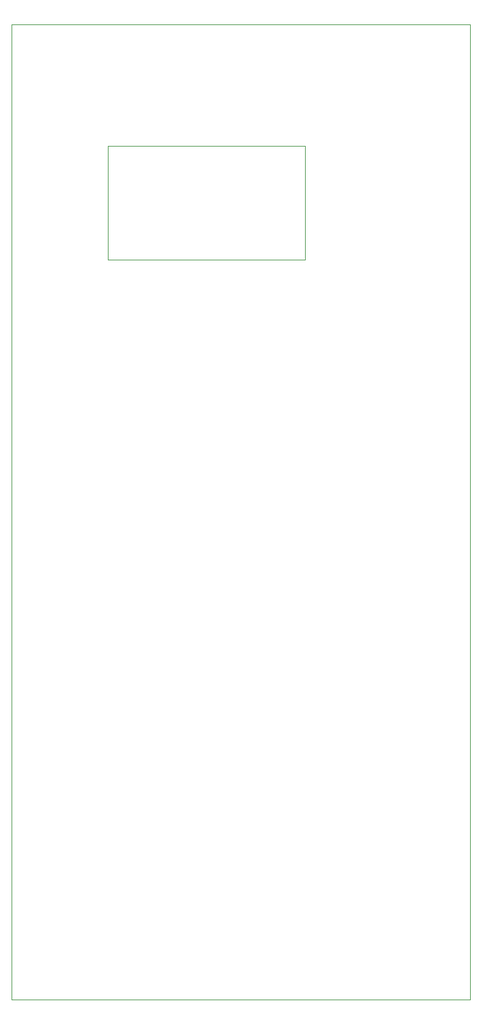
<source format=gbr>
G04 #@! TF.GenerationSoftware,KiCad,Pcbnew,(6.0.1)*
G04 #@! TF.CreationDate,2022-02-15T10:48:45-08:00*
G04 #@! TF.ProjectId,panel,70616e65-6c2e-46b6-9963-61645f706362,rev?*
G04 #@! TF.SameCoordinates,Original*
G04 #@! TF.FileFunction,Profile,NP*
%FSLAX46Y46*%
G04 Gerber Fmt 4.6, Leading zero omitted, Abs format (unit mm)*
G04 Created by KiCad (PCBNEW (6.0.1)) date 2022-02-15 10:48:45*
%MOMM*%
%LPD*%
G01*
G04 APERTURE LIST*
G04 #@! TA.AperFunction,Profile*
%ADD10C,0.050000*%
G04 #@! TD*
G04 APERTURE END LIST*
D10*
X110400000Y-40750000D02*
X50000000Y-40750000D01*
X88700000Y-56750000D02*
X62700000Y-56750000D01*
X110400000Y-169150000D02*
X110400000Y-40750000D01*
X50000000Y-169150000D02*
X110400000Y-169150000D01*
X50000000Y-40750000D02*
X50000000Y-169150000D01*
X62700000Y-71750000D02*
X88700000Y-71750000D01*
X62700000Y-56750000D02*
X62700000Y-71750000D01*
X88700000Y-71750000D02*
X88700000Y-56750000D01*
M02*

</source>
